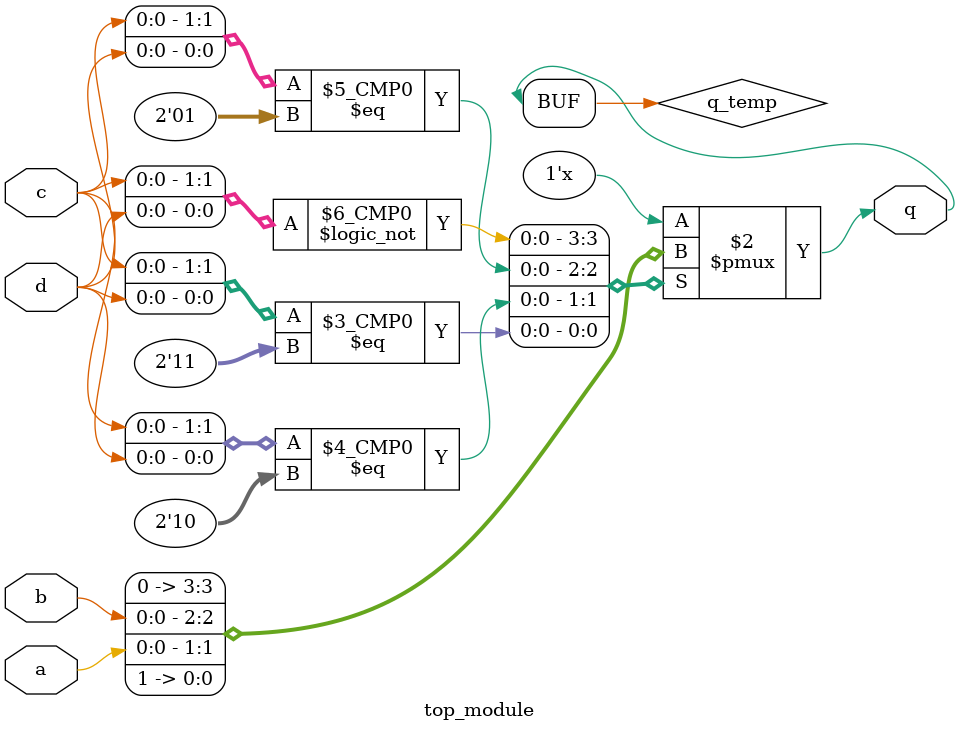
<source format=sv>
module top_module (
    input a,
    input b,
    input c,
    input d,
    output q
);
    reg q_temp;
    always @(*)
    begin
        case ({c, d})
            2'b00: q_temp = 1'b0;
            2'b01: q_temp = b;
            2'b10: q_temp = a;
            2'b11: q_temp = 1'b1;
        endcase
    end

    assign q = q_temp;
endmodule

</source>
